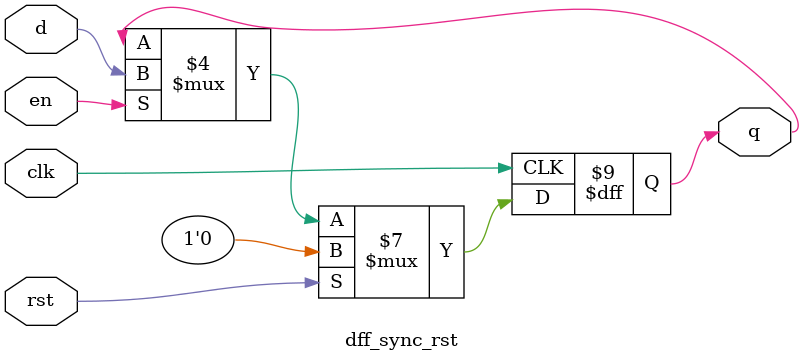
<source format=sv>
module dff_sync_rst
    (input logic clk,
     input logic rst,
     input logic en,
     input logic d,
     output logic q
     );

    always_ff @(posedge clk) begin
        if (rst == 1'b1) begin
            q <= 1'b0;
        end
        else if (en == 1'b1) begin
            q <= d;
        end
    end

endmodule

</source>
